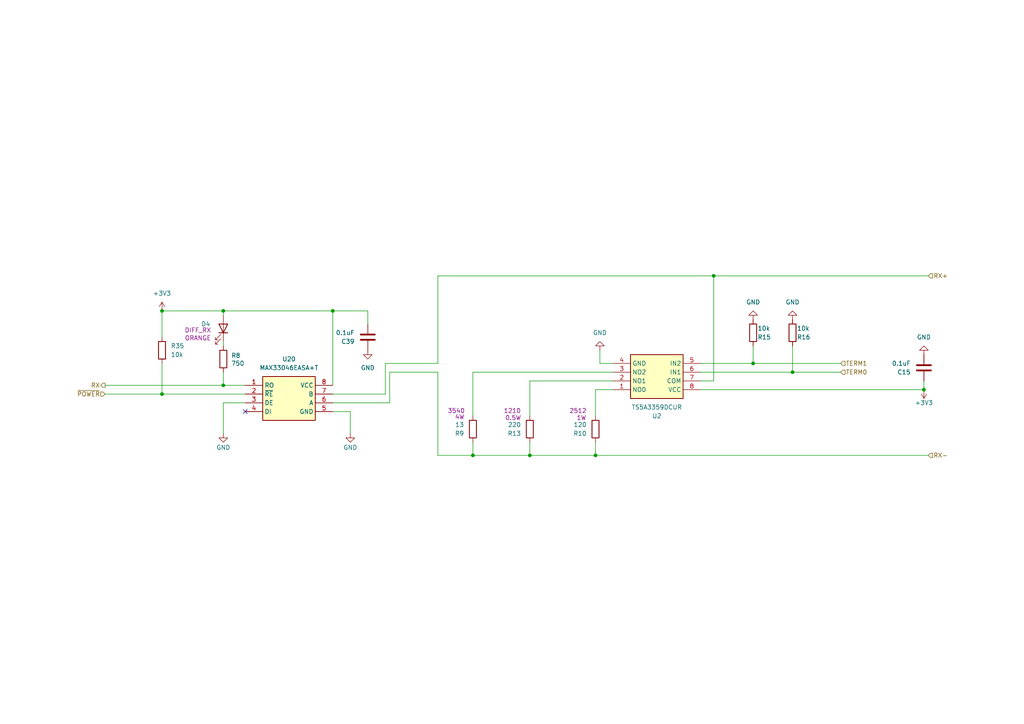
<source format=kicad_sch>
(kicad_sch (version 20250114) (generator "eeschema") (generator_version "9.0")
  (paper "A4")
  (title_block (title "Maritime Hacking Village") (date "2025") (rev "1") (company "DC33"))
  (lib_symbols
    (symbol "GND_4" (power) (pin_numbers (hide yes)) (pin_names (offset 0) (hide yes))
      (property "Value" "GND" (at 0 -3.81 0))
      (symbol "GND_4_0_1"
        (polyline (pts (xy 0 0) (xy 0 -1.27) (xy 1.27 -1.27) (xy 0 -2.54) (xy -1.27 -1.27) (xy 0 -1.27)))
      )
      (symbol "GND_4_1_1"
        (pin power_in line (at 0 0 270) (length 0) (name "~") (number "1"))
      )
    )
    (symbol "Library:C" (pin_numbers (hide yes)) (pin_names (offset 0.254))
      (property "Reference" "C" (at 0.635 2.54 0))
      (property "Value" "C" (at 0.635 -2.54 0))
      (symbol "C_0_1"
        (polyline (pts (xy -2.032 0.762) (xy 2.032 0.762)) (stroke (width 0.508)))
        (polyline (pts (xy -2.032 -0.762) (xy 2.032 -0.762)) (stroke (width 0.508)))
      )
      (symbol "C_1_1"
        (pin passive line (at 0 3.81 270) (length 2.794) (name "~") (number "1"))
        (pin passive line (at 0 -3.81 90) (length 2.794) (name "~") (number "2"))
      )
    )
    (symbol "Library:LED" (pin_numbers (hide yes)) (pin_names (offset 1.016) (hide yes))
      (property "Reference" "D" (at 0 2.54 0))
      (property "Value" "LED" (at 0 -2.54 0))
      (symbol "LED_0_1"
        (polyline (pts (xy -3.048 -0.762) (xy -4.572 -2.286) (xy -3.81 -2.286) (xy -4.572 -2.286) (xy -4.572 -1.524)))
        (polyline (pts (xy -1.778 -0.762) (xy -3.302 -2.286) (xy -2.54 -2.286) (xy -3.302 -2.286) (xy -3.302 -1.524)))
        (polyline (pts (xy -1.27 0) (xy 1.27 0)))
        (polyline (pts (xy -1.27 -1.27) (xy -1.27 1.27)) (stroke (width 0.254)))
        (polyline (pts (xy 1.27 -1.27) (xy 1.27 1.27) (xy -1.27 0) (xy 1.27 -1.27)) (stroke (width 0.254)))
      )
      (symbol "LED_1_1"
        (pin passive line (at -3.81 0 0) (length 2.54) (name "K") (number "1"))
        (pin passive line (at 3.81 0 180) (length 2.54) (name "A") (number "2"))
      )
    )
    (symbol "Library:MAX33046EASA+T"
      (property "Reference" "IC" (at 21.59 7.62 0))
      (property "Value" "MAX33046EASA+T" (at 21.59 5.08 0))
      (symbol "MAX33046EASA+T_1_1"
        (rectangle (start 5.08 2.54) (end 20.32 -10.16) (stroke (width 0.254)) (fill (type background)))
        (pin passive line (at 0 0 0) (length 5.08) (name "RO") (number "1"))
        (pin passive line (at 0 -2.54 0) (length 5.08) (name "~{RE}") (number "2"))
        (pin passive line (at 0 -5.08 0) (length 5.08) (name "DE") (number "3"))
        (pin passive line (at 0 -7.62 0) (length 5.08) (name "DI") (number "4"))
        (pin passive line (at 25.4 0 180) (length 5.08) (name "VCC") (number "8"))
        (pin passive line (at 25.4 -2.54 180) (length 5.08) (name "B") (number "7"))
        (pin passive line (at 25.4 -5.08 180) (length 5.08) (name "A") (number "6"))
        (pin passive line (at 25.4 -7.62 180) (length 5.08) (name "GND") (number "5"))
      )
    )
    (symbol "Library:R" (pin_numbers (hide yes)) (pin_names (offset 0))
      (property "Reference" "R" (at 2.032 0 90))
      (property "Value" "R" (at 0 0 90))
      (symbol "R_0_1"
        (rectangle (start -1.016 -2.54) (end 1.016 2.54) (stroke (width 0.254)))
      )
      (symbol "R_1_1"
        (pin passive line (at 0 3.81 270) (length 1.27) (name "~") (number "1"))
        (pin passive line (at 0 -3.81 90) (length 1.27) (name "~") (number "2"))
      )
    )
    (symbol "Library:TS5A3359DCUR"
      (property "Reference" "IC" (at 21.59 7.62 0))
      (property "Value" "TS5A3359DCUR" (at 21.59 5.08 0))
      (symbol "TS5A3359DCUR_1_1"
        (rectangle (start 5.08 2.54) (end 20.32 -10.16) (stroke (width 0.254)) (fill (type background)))
        (pin passive line (at 0 0 0) (length 5.08) (name "NO0") (number "1"))
        (pin passive line (at 0 -2.54 0) (length 5.08) (name "NO1") (number "2"))
        (pin passive line (at 0 -5.08 0) (length 5.08) (name "NO2") (number "3"))
        (pin passive line (at 0 -7.62 0) (length 5.08) (name "GND") (number "4"))
        (pin passive line (at 25.4 0 180) (length 5.08) (name "VCC") (number "8"))
        (pin passive line (at 25.4 -2.54 180) (length 5.08) (name "COM") (number "7"))
        (pin passive line (at 25.4 -5.08 180) (length 5.08) (name "IN1") (number "6"))
        (pin passive line (at 25.4 -7.62 180) (length 5.08) (name "IN2") (number "5"))
      )
    )
    (symbol "power:+3V3" (power) (pin_numbers (hide yes)) (pin_names (offset 0) (hide yes))
      (property "Value" "+3V3" (at 0 3.556 0))
      (symbol "+3V3_0_1"
        (polyline (pts (xy -0.762 1.27) (xy 0 2.54)))
        (polyline (pts (xy 0 2.54) (xy 0.762 1.27)))
        (polyline (pts (xy 0 0) (xy 0 2.54)))
      )
      (symbol "+3V3_1_1"
        (pin power_in line (at 0 0 90) (length 0) (name "~") (number "1"))
      )
    )
    (symbol "power:+5V" (power) (pin_numbers (hide yes)) (pin_names (offset 0) (hide yes))
      (property "Value" "+5V" (at 0 3.556 0))
      (symbol "+5V_0_1"
        (polyline (pts (xy -0.762 1.27) (xy 0 2.54)))
        (polyline (pts (xy 0 2.54) (xy 0.762 1.27)))
        (polyline (pts (xy 0 0) (xy 0 2.54)))
      )
      (symbol "+5V_1_1"
        (pin power_in line (at 0 0 90) (length 0) (name "~") (number "1"))
      )
    )
    (symbol "power:GND" (power) (pin_numbers (hide yes)) (pin_names (offset 0) (hide yes))
      (property "Value" "GND" (at 0 -3.81 0))
      (symbol "GND_0_1"
        (polyline (pts (xy 0 0) (xy 0 -1.27) (xy 1.27 -1.27) (xy 0 -2.54) (xy -1.27 -1.27) (xy 0 -1.27)))
      )
      (symbol "GND_1_1"
        (pin power_in line (at 0 0 270) (length 0) (name "~") (number "1"))
      )
    )
  )
  (junction (at 46.99 90.17))
  (junction (at 64.77 90.17))
  (junction (at 172.72 132.08))
  (junction (at 46.99 114.3))
  (junction (at 267.97 113.03))
  (junction (at 218.44 105.41))
  (junction (at 96.52 90.17))
  (junction (at 64.77 111.76))
  (junction (at 137.16 132.08))
  (junction (at 153.67 132.08))
  (junction (at 229.87 107.95))
  (junction (at 207.01 80.01))
  (no_connect (at 71.12 119.38))
  (wire (pts (xy 207.01 80.01) (xy 269.24 80.01)))
  (wire (pts (xy 64.77 116.84) (xy 64.77 125.73)))
  (wire (pts (xy 207.01 80.01) (xy 127 80.01)))
  (wire (pts (xy 96.52 90.17) (xy 106.68 90.17)))
  (wire (pts (xy 46.99 105.41) (xy 46.99 114.3)))
  (wire (pts (xy 111.76 114.3) (xy 96.52 114.3)))
  (wire (pts (xy 207.01 110.49) (xy 207.01 80.01)))
  (wire (pts (xy 64.77 99.06) (xy 64.77 100.33)))
  (wire (pts (xy 153.67 132.08) (xy 172.72 132.08)))
  (wire (pts (xy 173.99 105.41) (xy 177.8 105.41)))
  (wire (pts (xy 137.16 132.08) (xy 153.67 132.08)))
  (wire (pts (xy 64.77 90.17) (xy 96.52 90.17)))
  (wire (pts (xy 127 107.95) (xy 127 132.08)))
  (wire (pts (xy 96.52 119.38) (xy 101.6 119.38)))
  (wire (pts (xy 218.44 105.41) (xy 218.44 100.33)))
  (wire (pts (xy 96.52 90.17) (xy 96.52 111.76)))
  (wire (pts (xy 46.99 114.3) (xy 71.12 114.3)))
  (wire (pts (xy 127 132.08) (xy 137.16 132.08)))
  (wire (pts (xy 229.87 107.95) (xy 229.87 100.33)))
  (wire (pts (xy 229.87 107.95) (xy 203.2 107.95)))
  (wire (pts (xy 113.03 107.95) (xy 127 107.95)))
  (wire (pts (xy 113.03 107.95) (xy 113.03 116.84)))
  (wire (pts (xy 177.8 110.49) (xy 153.67 110.49)))
  (wire (pts (xy 127 105.41) (xy 127 80.01)))
  (wire (pts (xy 207.01 110.49) (xy 203.2 110.49)))
  (wire (pts (xy 172.72 113.03) (xy 177.8 113.03)))
  (wire (pts (xy 111.76 105.41) (xy 111.76 114.3)))
  (wire (pts (xy 153.67 110.49) (xy 153.67 120.65)))
  (wire (pts (xy 64.77 90.17) (xy 64.77 91.44)))
  (wire (pts (xy 46.99 90.17) (xy 46.99 97.79)))
  (wire (pts (xy 106.68 93.98) (xy 106.68 90.17)))
  (wire (pts (xy 30.48 111.76) (xy 64.77 111.76)))
  (wire (pts (xy 137.16 107.95) (xy 137.16 120.65)))
  (wire (pts (xy 111.76 105.41) (xy 127 105.41)))
  (wire (pts (xy 71.12 116.84) (xy 64.77 116.84)))
  (wire (pts (xy 267.97 113.03) (xy 267.97 110.49)))
  (wire (pts (xy 173.99 101.6) (xy 173.99 105.41)))
  (wire (pts (xy 113.03 116.84) (xy 96.52 116.84)))
  (wire (pts (xy 64.77 111.76) (xy 71.12 111.76)))
  (wire (pts (xy 177.8 107.95) (xy 137.16 107.95)))
  (wire (pts (xy 218.44 105.41) (xy 203.2 105.41)))
  (wire (pts (xy 137.16 132.08) (xy 137.16 128.27)))
  (wire (pts (xy 172.72 132.08) (xy 269.24 132.08)))
  (wire (pts (xy 153.67 132.08) (xy 153.67 128.27)))
  (wire (pts (xy 172.72 120.65) (xy 172.72 113.03)))
  (wire (pts (xy 101.6 119.38) (xy 101.6 125.73)))
  (wire (pts (xy 46.99 90.17) (xy 64.77 90.17)))
  (wire (pts (xy 64.77 111.76) (xy 64.77 107.95)))
  (wire (pts (xy 30.48 114.3) (xy 46.99 114.3)))
  (wire (pts (xy 243.84 107.95) (xy 229.87 107.95)))
  (wire (pts (xy 172.72 132.08) (xy 172.72 128.27)))
  (wire (pts (xy 203.2 113.03) (xy 267.97 113.03)))
  (wire (pts (xy 243.84 105.41) (xy 218.44 105.41)))
  (hierarchical_label "TERM1" (shape input) (at 243.84 105.41 0))
  (hierarchical_label "RX-" (shape input) (at 269.24 132.08 0))
  (hierarchical_label "~{POWER}" (shape input) (at 30.48 114.3 180))
  (hierarchical_label "RX+" (shape input) (at 269.24 80.01 0))
  (hierarchical_label "TERM0" (shape input) (at 243.84 107.95 0))
  (hierarchical_label "RX" (shape output) (at 30.48 111.76 180))
  (symbol (lib_id "power:+5V") (at 46.99 90.17 0) (unit 1)
    (property "Reference" "#PWR0111" (effects (hide yes)))
    (property "Value" "+3V3" (at 46.99 85.09 0))
    (property "Description" "Power symbol creates a global label with name \"+5V\"" (effects (hide yes)))
  )
  (symbol (lib_id "Library:R") (at 153.67 124.46 180) (unit 1)
    (property "Reference" "R13" (at 151.13 125.7301 0) (effects (justify left)))
    (property "Value" "220" (at 151.13 123.1901 0) (effects (justify left)))
    (property "Footprint" "Resistor_SMD:R_1210_3225Metric" (effects (hide yes)))
    (property "Datasheet" "https://www.yageo.com/upload/media/product/products/datasheet/rchip/PYu-RC_Group_51_RoHS_L_12.pdf" (effects (hide yes)))
    (property "Description" "RES 220 OHM 1% 1/2W 1210" (effects (hide yes)))
    (property "Tolerance" "1%" (effects (hide yes)))
    (property "Package" "1210" (at 148.59 119.126 0))
    (property "Power" "0.5W" (at 148.844 121.158 0))
    (property "Manufacturer" "Yageo" (effects (hide yes)))
    (property "Manufacturer Part Number" "RC1210FR-07220RL" (effects (hide yes)))
  )
  (symbol (lib_id "power:GND") (at 173.99 101.6 180) (unit 1)
    (property "Reference" "#PWR0116" (effects (hide yes)))
    (property "Value" "GND" (at 173.99 96.52 0))
    (property "Description" "Power symbol creates a global label with name \"GND\" , ground" (effects (hide yes)))
  )
  (symbol (lib_id "power:GND") (at 218.44 92.71 180) (unit 1)
    (property "Reference" "#PWR0115" (effects (hide yes)))
    (property "Value" "GND" (at 218.44 87.63 0))
    (property "Description" "Power symbol creates a global label with name \"GND\" , ground" (effects (hide yes)))
  )
  (symbol (lib_id "power:GND") (at 267.97 102.87 180) (unit 1)
    (property "Reference" "#PWR0109" (effects (hide yes)))
    (property "Value" "GND" (at 267.97 97.79 0))
    (property "Description" "Power symbol creates a global label with name \"GND\" , ground" (effects (hide yes)))
  )
  (symbol (lib_id "Library:TS5A3359DCUR") (at 177.8 113.03 0) (mirror x) (unit 1)
    (property "Reference" "U2" (at 190.5 120.65 0))
    (property "Value" "TS5A3359DCUR" (at 190.5 118.11 0))
    (property "Footprint" "Library:SOP50P310X90-8N" (effects (hide yes)))
    (property "Datasheet" "https://www.ti.com/lit/ds/symlink/ts5a3359.pdf" (effects (hide yes)))
    (property "Description" "IC SWITCH SP3TX1 900MOHM 8VSSOP" (effects (hide yes)))
    (property "Height" "0.9" (effects (hide yes)))
    (property "Manufacturer" "Texas Instruments" (effects (hide yes)))
    (property "Manufacturer Part Number" "TS5A3359DCUR" (effects (hide yes)))
  )
  (symbol (lib_id "power:GND") (at 106.68 101.6 0) (unit 1)
    (property "Reference" "#PWR0114" (effects (hide yes)))
    (property "Value" "GND" (at 106.68 106.68 0))
    (property "Description" "Power symbol creates a global label with name \"GND\" , ground" (effects (hide yes)))
  )
  (symbol (lib_id "Library:R") (at 172.72 124.46 180) (unit 1)
    (property "Reference" "R10" (at 170.18 125.7301 0) (effects (justify left)))
    (property "Value" "120" (at 170.18 123.1901 0) (effects (justify left)))
    (property "Footprint" "Resistor_SMD:R_2512_6332Metric" (effects (hide yes)))
    (property "Datasheet" "https://www.yageo.com/upload/media/product/products/datasheet/rchip/PYu-RC_Group_51_RoHS_L_12.pdf" (effects (hide yes)))
    (property "Description" "RES 120 OHM 1% 1W 2512" (effects (hide yes)))
    (property "Power" "1W" (at 168.656 121.158 0))
    (property "Package" "2512" (at 167.64 119.126 0))
    (property "Manufacturer" "Yageo" (effects (hide yes)))
    (property "Tolerance" "1%" (effects (hide yes)))
    (property "Manufacturer Part Number" "RC2512FK-07120RL" (effects (hide yes)))
  )
  (symbol (lib_id "Library:MAX33046EASA+T") (at 71.12 111.76 0) (unit 1)
    (property "Reference" "U20" (at 83.82 104.14 0))
    (property "Value" "MAX33046EASA+T" (at 83.82 106.68 0))
    (property "Footprint" "Library:SOIC127P600X175-8N" (effects (hide yes)))
    (property "Datasheet" "https://datasheets.maximintegrated.com/en/ds/MAX33045E-MAX33046E.pdf" (effects (hide yes)))
    (property "Description" "IC TRANSCEIVER HALF 1/1 8SOIC" (effects (hide yes)))
    (property "Height" "1.75" (effects (hide yes)))
    (property "Manufacturer" "Analog Devices" (effects (hide yes)))
    (property "Manufacturer Part Number" "MAX33046EASA+T" (effects (hide yes)))
  )
  (symbol (lib_id "Library:R") (at 218.44 96.52 0) (mirror x) (unit 1)
    (property "Reference" "R15" (at 219.71 97.79 0) (effects (justify left)))
    (property "Value" "10k" (at 219.71 95.25 0) (effects (justify left)))
    (property "Footprint" "Resistor_SMD:R_0603_1608Metric" (effects (hide yes)))
    (property "Datasheet" "https://www.te.com/commerce/DocumentDelivery/DDEController?Action=srchrtrv&DocNm=1773204&DocType=DS&DocLang=English" (effects (hide yes)))
    (property "Description" "RES SMD 10K OHM 1% 1/10W 0603" (effects (hide yes)))
    (property "Manufacturer" "TE Connectivity Passive Product" (effects (hide yes)))
    (property "Tolerance" "1%" (effects (hide yes)))
    (property "Manufacturer Part Number" "CRG0603F10K" (effects (hide yes)))
  )
  (symbol (lib_id "Library:C") (at 106.68 97.79 180) (unit 1)
    (property "Reference" "C39" (at 102.87 99.0601 0) (effects (justify left)))
    (property "Value" "0.1uF" (at 102.87 96.5201 0) (effects (justify left)))
    (property "Footprint" "Capacitor_SMD:C_0603_1608Metric" (effects (hide yes)))
    (property "Datasheet" "https://datasheets.kyocera-avx.com/KGM_X7R.pdf" (effects (hide yes)))
    (property "Description" "CAP CER 0.1UF 25V X7R 0603" (effects (hide yes)))
    (property "Manufacturer" "KYOCERA AVX" (effects (hide yes)))
    (property "Package" "0603" (effects (hide yes)))
    (property "Manufacturer Part Number" "KGM15BR71E104KT" (effects (hide yes)))
  )
  (symbol (lib_id "power:+3V3") (at 267.97 113.03 180) (unit 1)
    (property "Reference" "#PWR0108" (effects (hide yes)))
    (property "Value" "+3V3" (at 267.97 116.84 0))
  )
  (symbol (lib_id "Library:C") (at 267.97 106.68 180) (unit 1)
    (property "Reference" "C15" (at 264.16 107.9501 0) (effects (justify left)))
    (property "Value" "0.1uF" (at 264.16 105.4101 0) (effects (justify left)))
    (property "Footprint" "Capacitor_SMD:C_0603_1608Metric" (effects (hide yes)))
    (property "Datasheet" "https://datasheets.kyocera-avx.com/KGM_X7R.pdf" (effects (hide yes)))
    (property "Description" "CAP CER 0.1UF 25V X7R 0603" (effects (hide yes)))
    (property "Manufacturer" "KYOCERA AVX" (effects (hide yes)))
    (property "Package" "0603" (effects (hide yes)))
    (property "Manufacturer Part Number" "KGM15BR71E104KT" (effects (hide yes)))
  )
  (symbol (lib_id "Library:R") (at 229.87 96.52 0) (mirror x) (unit 1)
    (property "Reference" "R16" (at 231.14 97.79 0) (effects (justify left)))
    (property "Value" "10k" (at 231.14 95.25 0) (effects (justify left)))
    (property "Footprint" "Resistor_SMD:R_0603_1608Metric" (effects (hide yes)))
    (property "Datasheet" "https://www.te.com/commerce/DocumentDelivery/DDEController?Action=srchrtrv&DocNm=1773204&DocType=DS&DocLang=English" (effects (hide yes)))
    (property "Description" "RES SMD 10K OHM 1% 1/10W 0603" (effects (hide yes)))
    (property "Manufacturer" "TE Connectivity Passive Product" (effects (hide yes)))
    (property "Tolerance" "1%" (effects (hide yes)))
    (property "Manufacturer Part Number" "CRG0603F10K" (effects (hide yes)))
  )
  (symbol (lib_id "Library:LED") (at 64.77 95.25 270) (mirror x) (unit 1)
    (property "Reference" "D4" (at 59.69 93.98 90))
    (property "Value" "1.8V/2MA ORANGE" (effects (hide yes)))
    (property "Footprint" "LED_SMD:LED_0603_1608Metric" (effects (hide yes)))
    (property "Datasheet" "https://www.kingbrightusa.com/images/catalog/SPEC/APT1608LSECK-J4-PRV.pdf" (effects (hide yes)))
    (property "Description" "LED ORANGE CLEAR 2SMD" (effects (hide yes)))
    (property "Label" "DIFF_RX" (at 57.404 95.758 90))
    (property "Package" "0603" (effects (hide yes)))
    (property "Manufacturer" "Kingbright" (effects (hide yes)))
    (property "Manufacturer Part Number" "APT1608LSECK/J4-PRV" (effects (hide yes)))
    (property "Color" "ORANGE" (at 57.404 98.044 90))
  )
  (symbol (lib_name "GND_4") (lib_id "power:GND") (at 64.77 125.73 0) (unit 1)
    (property "Reference" "#PWR0110" (effects (hide yes)))
    (property "Value" "GND" (at 64.77 129.794 0))
    (property "Description" "Power symbol creates a global label with name \"GND\" , ground" (effects (hide yes)))
  )
  (symbol (lib_id "Library:R") (at 64.77 104.14 0) (unit 1)
    (property "Reference" "R8" (at 67.056 103.124 0) (effects (justify left)))
    (property "Value" "750" (at 67.056 105.41 0) (effects (justify left)))
    (property "Footprint" "Resistor_SMD:R_0603_1608Metric" (effects (hide yes)))
    (property "Datasheet" "https://industrial.panasonic.com/cdbs/www-data/pdf/RDA0000/AOA0000C304.pdf" (effects (hide yes)))
    (property "Description" "RES SMD 750 OHM 1% 1/10W 0603" (effects (hide yes)))
    (property "Manufacturer" "Panasonic Electronic Components" (effects (hide yes)))
    (property "Tolerance" "1%" (effects (hide yes)))
    (property "Manufacturer Part Number" "ERJ-3EKF7500V" (effects (hide yes)))
  )
  (symbol (lib_id "Library:R") (at 46.99 101.6 180) (unit 1)
    (property "Reference" "R35" (at 49.53 100.3299 0) (effects (justify right)))
    (property "Value" "10k" (at 49.53 102.8699 0) (effects (justify right)))
    (property "Footprint" "Resistor_SMD:R_0603_1608Metric" (effects (hide yes)))
    (property "Datasheet" "https://www.te.com/commerce/DocumentDelivery/DDEController?Action=srchrtrv&DocNm=1773204&DocType=DS&DocLang=English" (effects (hide yes)))
    (property "Description" "RES SMD 10K OHM 1% 1/10W 0603" (effects (hide yes)))
    (property "Tolerance" "1%" (effects (hide yes)))
    (property "Manufacturer" "TE Connectivity Passive Product" (effects (hide yes)))
    (property "Manufacturer Part Number" "CRG0603F10K" (effects (hide yes)))
  )
  (symbol (lib_name "GND_4") (lib_id "power:GND") (at 101.6 125.73 0) (unit 1)
    (property "Reference" "#PWR0113" (effects (hide yes)))
    (property "Value" "GND" (at 101.6 129.794 0))
    (property "Description" "Power symbol creates a global label with name \"GND\" , ground" (effects (hide yes)))
  )
  (symbol (lib_id "power:GND") (at 229.87 92.71 180) (unit 1)
    (property "Reference" "#PWR0112" (effects (hide yes)))
    (property "Value" "GND" (at 229.87 87.63 0))
    (property "Description" "Power symbol creates a global label with name \"GND\" , ground" (effects (hide yes)))
  )
  (symbol (lib_id "Library:R") (at 137.16 124.46 180) (unit 1)
    (property "Reference" "R9" (at 134.62 125.7301 0) (effects (justify left)))
    (property "Value" "13" (at 134.62 123.1901 0) (effects (justify left)))
    (property "Footprint" "Library:RES_3540" (effects (hide yes)))
    (property "Datasheet" "https://www.mouser.es/datasheet/2/418/9/ENG_DS_1773204_5_1-3346398.pdf" (effects (hide yes)))
    (property "Description" "RES 3540 13R 1%" (effects (hide yes)))
    (property "Power" "4W" (at 133.35 120.904 0))
    (property "Package" "3540" (at 132.334 119.126 0))
    (property "Manufacturer" "TE Connectivity" (effects (hide yes)))
    (property "Tolerance" "1%" (effects (hide yes)))
    (property "Manufacturer Part Number" "354013RFT" (effects (hide yes)))
  )
)
</source>
